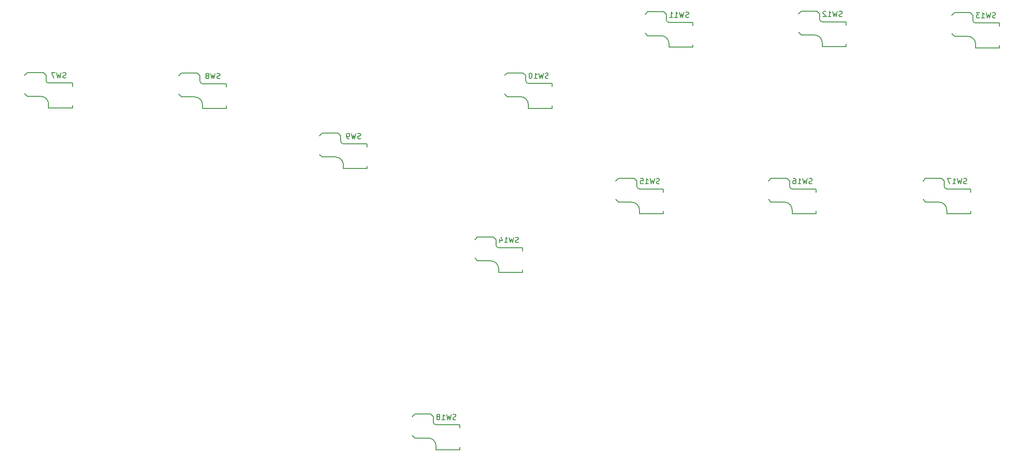
<source format=gbr>
%TF.GenerationSoftware,KiCad,Pcbnew,7.0.5*%
%TF.CreationDate,2023-10-21T15:45:59-07:00*%
%TF.ProjectId,VBox,56426f78-2e6b-4696-9361-645f70636258,rev?*%
%TF.SameCoordinates,Original*%
%TF.FileFunction,Legend,Bot*%
%TF.FilePolarity,Positive*%
%FSLAX46Y46*%
G04 Gerber Fmt 4.6, Leading zero omitted, Abs format (unit mm)*
G04 Created by KiCad (PCBNEW 7.0.5) date 2023-10-21 15:45:59*
%MOMM*%
%LPD*%
G01*
G04 APERTURE LIST*
%ADD10C,0.150000*%
G04 APERTURE END LIST*
D10*
%TO.C,SW10*%
X153020057Y-55642734D02*
X152877200Y-55690353D01*
X152877200Y-55690353D02*
X152639105Y-55690353D01*
X152639105Y-55690353D02*
X152543867Y-55642734D01*
X152543867Y-55642734D02*
X152496248Y-55595114D01*
X152496248Y-55595114D02*
X152448629Y-55499876D01*
X152448629Y-55499876D02*
X152448629Y-55404638D01*
X152448629Y-55404638D02*
X152496248Y-55309400D01*
X152496248Y-55309400D02*
X152543867Y-55261781D01*
X152543867Y-55261781D02*
X152639105Y-55214162D01*
X152639105Y-55214162D02*
X152829581Y-55166543D01*
X152829581Y-55166543D02*
X152924819Y-55118924D01*
X152924819Y-55118924D02*
X152972438Y-55071305D01*
X152972438Y-55071305D02*
X153020057Y-54976067D01*
X153020057Y-54976067D02*
X153020057Y-54880829D01*
X153020057Y-54880829D02*
X152972438Y-54785591D01*
X152972438Y-54785591D02*
X152924819Y-54737972D01*
X152924819Y-54737972D02*
X152829581Y-54690353D01*
X152829581Y-54690353D02*
X152591486Y-54690353D01*
X152591486Y-54690353D02*
X152448629Y-54737972D01*
X152115295Y-54690353D02*
X151877200Y-55690353D01*
X151877200Y-55690353D02*
X151686724Y-54976067D01*
X151686724Y-54976067D02*
X151496248Y-55690353D01*
X151496248Y-55690353D02*
X151258153Y-54690353D01*
X150353391Y-55690353D02*
X150924819Y-55690353D01*
X150639105Y-55690353D02*
X150639105Y-54690353D01*
X150639105Y-54690353D02*
X150734343Y-54833210D01*
X150734343Y-54833210D02*
X150829581Y-54928448D01*
X150829581Y-54928448D02*
X150924819Y-54976067D01*
X149734343Y-54690353D02*
X149639105Y-54690353D01*
X149639105Y-54690353D02*
X149543867Y-54737972D01*
X149543867Y-54737972D02*
X149496248Y-54785591D01*
X149496248Y-54785591D02*
X149448629Y-54880829D01*
X149448629Y-54880829D02*
X149401010Y-55071305D01*
X149401010Y-55071305D02*
X149401010Y-55309400D01*
X149401010Y-55309400D02*
X149448629Y-55499876D01*
X149448629Y-55499876D02*
X149496248Y-55595114D01*
X149496248Y-55595114D02*
X149543867Y-55642734D01*
X149543867Y-55642734D02*
X149639105Y-55690353D01*
X149639105Y-55690353D02*
X149734343Y-55690353D01*
X149734343Y-55690353D02*
X149829581Y-55642734D01*
X149829581Y-55642734D02*
X149877200Y-55595114D01*
X149877200Y-55595114D02*
X149924819Y-55499876D01*
X149924819Y-55499876D02*
X149972438Y-55309400D01*
X149972438Y-55309400D02*
X149972438Y-55071305D01*
X149972438Y-55071305D02*
X149924819Y-54880829D01*
X149924819Y-54880829D02*
X149877200Y-54785591D01*
X149877200Y-54785591D02*
X149829581Y-54737972D01*
X149829581Y-54737972D02*
X149734343Y-54690353D01*
%TO.C,SW15*%
X174020057Y-75572734D02*
X173877200Y-75620353D01*
X173877200Y-75620353D02*
X173639105Y-75620353D01*
X173639105Y-75620353D02*
X173543867Y-75572734D01*
X173543867Y-75572734D02*
X173496248Y-75525114D01*
X173496248Y-75525114D02*
X173448629Y-75429876D01*
X173448629Y-75429876D02*
X173448629Y-75334638D01*
X173448629Y-75334638D02*
X173496248Y-75239400D01*
X173496248Y-75239400D02*
X173543867Y-75191781D01*
X173543867Y-75191781D02*
X173639105Y-75144162D01*
X173639105Y-75144162D02*
X173829581Y-75096543D01*
X173829581Y-75096543D02*
X173924819Y-75048924D01*
X173924819Y-75048924D02*
X173972438Y-75001305D01*
X173972438Y-75001305D02*
X174020057Y-74906067D01*
X174020057Y-74906067D02*
X174020057Y-74810829D01*
X174020057Y-74810829D02*
X173972438Y-74715591D01*
X173972438Y-74715591D02*
X173924819Y-74667972D01*
X173924819Y-74667972D02*
X173829581Y-74620353D01*
X173829581Y-74620353D02*
X173591486Y-74620353D01*
X173591486Y-74620353D02*
X173448629Y-74667972D01*
X173115295Y-74620353D02*
X172877200Y-75620353D01*
X172877200Y-75620353D02*
X172686724Y-74906067D01*
X172686724Y-74906067D02*
X172496248Y-75620353D01*
X172496248Y-75620353D02*
X172258153Y-74620353D01*
X171353391Y-75620353D02*
X171924819Y-75620353D01*
X171639105Y-75620353D02*
X171639105Y-74620353D01*
X171639105Y-74620353D02*
X171734343Y-74763210D01*
X171734343Y-74763210D02*
X171829581Y-74858448D01*
X171829581Y-74858448D02*
X171924819Y-74906067D01*
X170448629Y-74620353D02*
X170924819Y-74620353D01*
X170924819Y-74620353D02*
X170972438Y-75096543D01*
X170972438Y-75096543D02*
X170924819Y-75048924D01*
X170924819Y-75048924D02*
X170829581Y-75001305D01*
X170829581Y-75001305D02*
X170591486Y-75001305D01*
X170591486Y-75001305D02*
X170496248Y-75048924D01*
X170496248Y-75048924D02*
X170448629Y-75096543D01*
X170448629Y-75096543D02*
X170401010Y-75191781D01*
X170401010Y-75191781D02*
X170401010Y-75429876D01*
X170401010Y-75429876D02*
X170448629Y-75525114D01*
X170448629Y-75525114D02*
X170496248Y-75572734D01*
X170496248Y-75572734D02*
X170591486Y-75620353D01*
X170591486Y-75620353D02*
X170829581Y-75620353D01*
X170829581Y-75620353D02*
X170924819Y-75572734D01*
X170924819Y-75572734D02*
X170972438Y-75525114D01*
%TO.C,SW12*%
X208550057Y-43992734D02*
X208407200Y-44040353D01*
X208407200Y-44040353D02*
X208169105Y-44040353D01*
X208169105Y-44040353D02*
X208073867Y-43992734D01*
X208073867Y-43992734D02*
X208026248Y-43945114D01*
X208026248Y-43945114D02*
X207978629Y-43849876D01*
X207978629Y-43849876D02*
X207978629Y-43754638D01*
X207978629Y-43754638D02*
X208026248Y-43659400D01*
X208026248Y-43659400D02*
X208073867Y-43611781D01*
X208073867Y-43611781D02*
X208169105Y-43564162D01*
X208169105Y-43564162D02*
X208359581Y-43516543D01*
X208359581Y-43516543D02*
X208454819Y-43468924D01*
X208454819Y-43468924D02*
X208502438Y-43421305D01*
X208502438Y-43421305D02*
X208550057Y-43326067D01*
X208550057Y-43326067D02*
X208550057Y-43230829D01*
X208550057Y-43230829D02*
X208502438Y-43135591D01*
X208502438Y-43135591D02*
X208454819Y-43087972D01*
X208454819Y-43087972D02*
X208359581Y-43040353D01*
X208359581Y-43040353D02*
X208121486Y-43040353D01*
X208121486Y-43040353D02*
X207978629Y-43087972D01*
X207645295Y-43040353D02*
X207407200Y-44040353D01*
X207407200Y-44040353D02*
X207216724Y-43326067D01*
X207216724Y-43326067D02*
X207026248Y-44040353D01*
X207026248Y-44040353D02*
X206788153Y-43040353D01*
X205883391Y-44040353D02*
X206454819Y-44040353D01*
X206169105Y-44040353D02*
X206169105Y-43040353D01*
X206169105Y-43040353D02*
X206264343Y-43183210D01*
X206264343Y-43183210D02*
X206359581Y-43278448D01*
X206359581Y-43278448D02*
X206454819Y-43326067D01*
X205502438Y-43135591D02*
X205454819Y-43087972D01*
X205454819Y-43087972D02*
X205359581Y-43040353D01*
X205359581Y-43040353D02*
X205121486Y-43040353D01*
X205121486Y-43040353D02*
X205026248Y-43087972D01*
X205026248Y-43087972D02*
X204978629Y-43135591D01*
X204978629Y-43135591D02*
X204931010Y-43230829D01*
X204931010Y-43230829D02*
X204931010Y-43326067D01*
X204931010Y-43326067D02*
X204978629Y-43468924D01*
X204978629Y-43468924D02*
X205550057Y-44040353D01*
X205550057Y-44040353D02*
X204931010Y-44040353D01*
%TO.C,SW8*%
X91003866Y-55702734D02*
X90861009Y-55750353D01*
X90861009Y-55750353D02*
X90622914Y-55750353D01*
X90622914Y-55750353D02*
X90527676Y-55702734D01*
X90527676Y-55702734D02*
X90480057Y-55655114D01*
X90480057Y-55655114D02*
X90432438Y-55559876D01*
X90432438Y-55559876D02*
X90432438Y-55464638D01*
X90432438Y-55464638D02*
X90480057Y-55369400D01*
X90480057Y-55369400D02*
X90527676Y-55321781D01*
X90527676Y-55321781D02*
X90622914Y-55274162D01*
X90622914Y-55274162D02*
X90813390Y-55226543D01*
X90813390Y-55226543D02*
X90908628Y-55178924D01*
X90908628Y-55178924D02*
X90956247Y-55131305D01*
X90956247Y-55131305D02*
X91003866Y-55036067D01*
X91003866Y-55036067D02*
X91003866Y-54940829D01*
X91003866Y-54940829D02*
X90956247Y-54845591D01*
X90956247Y-54845591D02*
X90908628Y-54797972D01*
X90908628Y-54797972D02*
X90813390Y-54750353D01*
X90813390Y-54750353D02*
X90575295Y-54750353D01*
X90575295Y-54750353D02*
X90432438Y-54797972D01*
X90099104Y-54750353D02*
X89861009Y-55750353D01*
X89861009Y-55750353D02*
X89670533Y-55036067D01*
X89670533Y-55036067D02*
X89480057Y-55750353D01*
X89480057Y-55750353D02*
X89241962Y-54750353D01*
X88718152Y-55178924D02*
X88813390Y-55131305D01*
X88813390Y-55131305D02*
X88861009Y-55083686D01*
X88861009Y-55083686D02*
X88908628Y-54988448D01*
X88908628Y-54988448D02*
X88908628Y-54940829D01*
X88908628Y-54940829D02*
X88861009Y-54845591D01*
X88861009Y-54845591D02*
X88813390Y-54797972D01*
X88813390Y-54797972D02*
X88718152Y-54750353D01*
X88718152Y-54750353D02*
X88527676Y-54750353D01*
X88527676Y-54750353D02*
X88432438Y-54797972D01*
X88432438Y-54797972D02*
X88384819Y-54845591D01*
X88384819Y-54845591D02*
X88337200Y-54940829D01*
X88337200Y-54940829D02*
X88337200Y-54988448D01*
X88337200Y-54988448D02*
X88384819Y-55083686D01*
X88384819Y-55083686D02*
X88432438Y-55131305D01*
X88432438Y-55131305D02*
X88527676Y-55178924D01*
X88527676Y-55178924D02*
X88718152Y-55178924D01*
X88718152Y-55178924D02*
X88813390Y-55226543D01*
X88813390Y-55226543D02*
X88861009Y-55274162D01*
X88861009Y-55274162D02*
X88908628Y-55369400D01*
X88908628Y-55369400D02*
X88908628Y-55559876D01*
X88908628Y-55559876D02*
X88861009Y-55655114D01*
X88861009Y-55655114D02*
X88813390Y-55702734D01*
X88813390Y-55702734D02*
X88718152Y-55750353D01*
X88718152Y-55750353D02*
X88527676Y-55750353D01*
X88527676Y-55750353D02*
X88432438Y-55702734D01*
X88432438Y-55702734D02*
X88384819Y-55655114D01*
X88384819Y-55655114D02*
X88337200Y-55559876D01*
X88337200Y-55559876D02*
X88337200Y-55369400D01*
X88337200Y-55369400D02*
X88384819Y-55274162D01*
X88384819Y-55274162D02*
X88432438Y-55226543D01*
X88432438Y-55226543D02*
X88527676Y-55178924D01*
%TO.C,SW18*%
X135580057Y-120152734D02*
X135437200Y-120200353D01*
X135437200Y-120200353D02*
X135199105Y-120200353D01*
X135199105Y-120200353D02*
X135103867Y-120152734D01*
X135103867Y-120152734D02*
X135056248Y-120105114D01*
X135056248Y-120105114D02*
X135008629Y-120009876D01*
X135008629Y-120009876D02*
X135008629Y-119914638D01*
X135008629Y-119914638D02*
X135056248Y-119819400D01*
X135056248Y-119819400D02*
X135103867Y-119771781D01*
X135103867Y-119771781D02*
X135199105Y-119724162D01*
X135199105Y-119724162D02*
X135389581Y-119676543D01*
X135389581Y-119676543D02*
X135484819Y-119628924D01*
X135484819Y-119628924D02*
X135532438Y-119581305D01*
X135532438Y-119581305D02*
X135580057Y-119486067D01*
X135580057Y-119486067D02*
X135580057Y-119390829D01*
X135580057Y-119390829D02*
X135532438Y-119295591D01*
X135532438Y-119295591D02*
X135484819Y-119247972D01*
X135484819Y-119247972D02*
X135389581Y-119200353D01*
X135389581Y-119200353D02*
X135151486Y-119200353D01*
X135151486Y-119200353D02*
X135008629Y-119247972D01*
X134675295Y-119200353D02*
X134437200Y-120200353D01*
X134437200Y-120200353D02*
X134246724Y-119486067D01*
X134246724Y-119486067D02*
X134056248Y-120200353D01*
X134056248Y-120200353D02*
X133818153Y-119200353D01*
X132913391Y-120200353D02*
X133484819Y-120200353D01*
X133199105Y-120200353D02*
X133199105Y-119200353D01*
X133199105Y-119200353D02*
X133294343Y-119343210D01*
X133294343Y-119343210D02*
X133389581Y-119438448D01*
X133389581Y-119438448D02*
X133484819Y-119486067D01*
X132341962Y-119628924D02*
X132437200Y-119581305D01*
X132437200Y-119581305D02*
X132484819Y-119533686D01*
X132484819Y-119533686D02*
X132532438Y-119438448D01*
X132532438Y-119438448D02*
X132532438Y-119390829D01*
X132532438Y-119390829D02*
X132484819Y-119295591D01*
X132484819Y-119295591D02*
X132437200Y-119247972D01*
X132437200Y-119247972D02*
X132341962Y-119200353D01*
X132341962Y-119200353D02*
X132151486Y-119200353D01*
X132151486Y-119200353D02*
X132056248Y-119247972D01*
X132056248Y-119247972D02*
X132008629Y-119295591D01*
X132008629Y-119295591D02*
X131961010Y-119390829D01*
X131961010Y-119390829D02*
X131961010Y-119438448D01*
X131961010Y-119438448D02*
X132008629Y-119533686D01*
X132008629Y-119533686D02*
X132056248Y-119581305D01*
X132056248Y-119581305D02*
X132151486Y-119628924D01*
X132151486Y-119628924D02*
X132341962Y-119628924D01*
X132341962Y-119628924D02*
X132437200Y-119676543D01*
X132437200Y-119676543D02*
X132484819Y-119724162D01*
X132484819Y-119724162D02*
X132532438Y-119819400D01*
X132532438Y-119819400D02*
X132532438Y-120009876D01*
X132532438Y-120009876D02*
X132484819Y-120105114D01*
X132484819Y-120105114D02*
X132437200Y-120152734D01*
X132437200Y-120152734D02*
X132341962Y-120200353D01*
X132341962Y-120200353D02*
X132151486Y-120200353D01*
X132151486Y-120200353D02*
X132056248Y-120152734D01*
X132056248Y-120152734D02*
X132008629Y-120105114D01*
X132008629Y-120105114D02*
X131961010Y-120009876D01*
X131961010Y-120009876D02*
X131961010Y-119819400D01*
X131961010Y-119819400D02*
X132008629Y-119724162D01*
X132008629Y-119724162D02*
X132056248Y-119676543D01*
X132056248Y-119676543D02*
X132151486Y-119628924D01*
%TO.C,SW17*%
X232080057Y-75572734D02*
X231937200Y-75620353D01*
X231937200Y-75620353D02*
X231699105Y-75620353D01*
X231699105Y-75620353D02*
X231603867Y-75572734D01*
X231603867Y-75572734D02*
X231556248Y-75525114D01*
X231556248Y-75525114D02*
X231508629Y-75429876D01*
X231508629Y-75429876D02*
X231508629Y-75334638D01*
X231508629Y-75334638D02*
X231556248Y-75239400D01*
X231556248Y-75239400D02*
X231603867Y-75191781D01*
X231603867Y-75191781D02*
X231699105Y-75144162D01*
X231699105Y-75144162D02*
X231889581Y-75096543D01*
X231889581Y-75096543D02*
X231984819Y-75048924D01*
X231984819Y-75048924D02*
X232032438Y-75001305D01*
X232032438Y-75001305D02*
X232080057Y-74906067D01*
X232080057Y-74906067D02*
X232080057Y-74810829D01*
X232080057Y-74810829D02*
X232032438Y-74715591D01*
X232032438Y-74715591D02*
X231984819Y-74667972D01*
X231984819Y-74667972D02*
X231889581Y-74620353D01*
X231889581Y-74620353D02*
X231651486Y-74620353D01*
X231651486Y-74620353D02*
X231508629Y-74667972D01*
X231175295Y-74620353D02*
X230937200Y-75620353D01*
X230937200Y-75620353D02*
X230746724Y-74906067D01*
X230746724Y-74906067D02*
X230556248Y-75620353D01*
X230556248Y-75620353D02*
X230318153Y-74620353D01*
X229413391Y-75620353D02*
X229984819Y-75620353D01*
X229699105Y-75620353D02*
X229699105Y-74620353D01*
X229699105Y-74620353D02*
X229794343Y-74763210D01*
X229794343Y-74763210D02*
X229889581Y-74858448D01*
X229889581Y-74858448D02*
X229984819Y-74906067D01*
X229080057Y-74620353D02*
X228413391Y-74620353D01*
X228413391Y-74620353D02*
X228841962Y-75620353D01*
%TO.C,SW16*%
X202870057Y-75572734D02*
X202727200Y-75620353D01*
X202727200Y-75620353D02*
X202489105Y-75620353D01*
X202489105Y-75620353D02*
X202393867Y-75572734D01*
X202393867Y-75572734D02*
X202346248Y-75525114D01*
X202346248Y-75525114D02*
X202298629Y-75429876D01*
X202298629Y-75429876D02*
X202298629Y-75334638D01*
X202298629Y-75334638D02*
X202346248Y-75239400D01*
X202346248Y-75239400D02*
X202393867Y-75191781D01*
X202393867Y-75191781D02*
X202489105Y-75144162D01*
X202489105Y-75144162D02*
X202679581Y-75096543D01*
X202679581Y-75096543D02*
X202774819Y-75048924D01*
X202774819Y-75048924D02*
X202822438Y-75001305D01*
X202822438Y-75001305D02*
X202870057Y-74906067D01*
X202870057Y-74906067D02*
X202870057Y-74810829D01*
X202870057Y-74810829D02*
X202822438Y-74715591D01*
X202822438Y-74715591D02*
X202774819Y-74667972D01*
X202774819Y-74667972D02*
X202679581Y-74620353D01*
X202679581Y-74620353D02*
X202441486Y-74620353D01*
X202441486Y-74620353D02*
X202298629Y-74667972D01*
X201965295Y-74620353D02*
X201727200Y-75620353D01*
X201727200Y-75620353D02*
X201536724Y-74906067D01*
X201536724Y-74906067D02*
X201346248Y-75620353D01*
X201346248Y-75620353D02*
X201108153Y-74620353D01*
X200203391Y-75620353D02*
X200774819Y-75620353D01*
X200489105Y-75620353D02*
X200489105Y-74620353D01*
X200489105Y-74620353D02*
X200584343Y-74763210D01*
X200584343Y-74763210D02*
X200679581Y-74858448D01*
X200679581Y-74858448D02*
X200774819Y-74906067D01*
X199346248Y-74620353D02*
X199536724Y-74620353D01*
X199536724Y-74620353D02*
X199631962Y-74667972D01*
X199631962Y-74667972D02*
X199679581Y-74715591D01*
X199679581Y-74715591D02*
X199774819Y-74858448D01*
X199774819Y-74858448D02*
X199822438Y-75048924D01*
X199822438Y-75048924D02*
X199822438Y-75429876D01*
X199822438Y-75429876D02*
X199774819Y-75525114D01*
X199774819Y-75525114D02*
X199727200Y-75572734D01*
X199727200Y-75572734D02*
X199631962Y-75620353D01*
X199631962Y-75620353D02*
X199441486Y-75620353D01*
X199441486Y-75620353D02*
X199346248Y-75572734D01*
X199346248Y-75572734D02*
X199298629Y-75525114D01*
X199298629Y-75525114D02*
X199251010Y-75429876D01*
X199251010Y-75429876D02*
X199251010Y-75191781D01*
X199251010Y-75191781D02*
X199298629Y-75096543D01*
X199298629Y-75096543D02*
X199346248Y-75048924D01*
X199346248Y-75048924D02*
X199441486Y-75001305D01*
X199441486Y-75001305D02*
X199631962Y-75001305D01*
X199631962Y-75001305D02*
X199727200Y-75048924D01*
X199727200Y-75048924D02*
X199774819Y-75096543D01*
X199774819Y-75096543D02*
X199822438Y-75191781D01*
%TO.C,SW9*%
X117603866Y-67052734D02*
X117461009Y-67100353D01*
X117461009Y-67100353D02*
X117222914Y-67100353D01*
X117222914Y-67100353D02*
X117127676Y-67052734D01*
X117127676Y-67052734D02*
X117080057Y-67005114D01*
X117080057Y-67005114D02*
X117032438Y-66909876D01*
X117032438Y-66909876D02*
X117032438Y-66814638D01*
X117032438Y-66814638D02*
X117080057Y-66719400D01*
X117080057Y-66719400D02*
X117127676Y-66671781D01*
X117127676Y-66671781D02*
X117222914Y-66624162D01*
X117222914Y-66624162D02*
X117413390Y-66576543D01*
X117413390Y-66576543D02*
X117508628Y-66528924D01*
X117508628Y-66528924D02*
X117556247Y-66481305D01*
X117556247Y-66481305D02*
X117603866Y-66386067D01*
X117603866Y-66386067D02*
X117603866Y-66290829D01*
X117603866Y-66290829D02*
X117556247Y-66195591D01*
X117556247Y-66195591D02*
X117508628Y-66147972D01*
X117508628Y-66147972D02*
X117413390Y-66100353D01*
X117413390Y-66100353D02*
X117175295Y-66100353D01*
X117175295Y-66100353D02*
X117032438Y-66147972D01*
X116699104Y-66100353D02*
X116461009Y-67100353D01*
X116461009Y-67100353D02*
X116270533Y-66386067D01*
X116270533Y-66386067D02*
X116080057Y-67100353D01*
X116080057Y-67100353D02*
X115841962Y-66100353D01*
X115413390Y-67100353D02*
X115222914Y-67100353D01*
X115222914Y-67100353D02*
X115127676Y-67052734D01*
X115127676Y-67052734D02*
X115080057Y-67005114D01*
X115080057Y-67005114D02*
X114984819Y-66862257D01*
X114984819Y-66862257D02*
X114937200Y-66671781D01*
X114937200Y-66671781D02*
X114937200Y-66290829D01*
X114937200Y-66290829D02*
X114984819Y-66195591D01*
X114984819Y-66195591D02*
X115032438Y-66147972D01*
X115032438Y-66147972D02*
X115127676Y-66100353D01*
X115127676Y-66100353D02*
X115318152Y-66100353D01*
X115318152Y-66100353D02*
X115413390Y-66147972D01*
X115413390Y-66147972D02*
X115461009Y-66195591D01*
X115461009Y-66195591D02*
X115508628Y-66290829D01*
X115508628Y-66290829D02*
X115508628Y-66528924D01*
X115508628Y-66528924D02*
X115461009Y-66624162D01*
X115461009Y-66624162D02*
X115413390Y-66671781D01*
X115413390Y-66671781D02*
X115318152Y-66719400D01*
X115318152Y-66719400D02*
X115127676Y-66719400D01*
X115127676Y-66719400D02*
X115032438Y-66671781D01*
X115032438Y-66671781D02*
X114984819Y-66624162D01*
X114984819Y-66624162D02*
X114937200Y-66528924D01*
%TO.C,SW11*%
X179580057Y-44112734D02*
X179437200Y-44160353D01*
X179437200Y-44160353D02*
X179199105Y-44160353D01*
X179199105Y-44160353D02*
X179103867Y-44112734D01*
X179103867Y-44112734D02*
X179056248Y-44065114D01*
X179056248Y-44065114D02*
X179008629Y-43969876D01*
X179008629Y-43969876D02*
X179008629Y-43874638D01*
X179008629Y-43874638D02*
X179056248Y-43779400D01*
X179056248Y-43779400D02*
X179103867Y-43731781D01*
X179103867Y-43731781D02*
X179199105Y-43684162D01*
X179199105Y-43684162D02*
X179389581Y-43636543D01*
X179389581Y-43636543D02*
X179484819Y-43588924D01*
X179484819Y-43588924D02*
X179532438Y-43541305D01*
X179532438Y-43541305D02*
X179580057Y-43446067D01*
X179580057Y-43446067D02*
X179580057Y-43350829D01*
X179580057Y-43350829D02*
X179532438Y-43255591D01*
X179532438Y-43255591D02*
X179484819Y-43207972D01*
X179484819Y-43207972D02*
X179389581Y-43160353D01*
X179389581Y-43160353D02*
X179151486Y-43160353D01*
X179151486Y-43160353D02*
X179008629Y-43207972D01*
X178675295Y-43160353D02*
X178437200Y-44160353D01*
X178437200Y-44160353D02*
X178246724Y-43446067D01*
X178246724Y-43446067D02*
X178056248Y-44160353D01*
X178056248Y-44160353D02*
X177818153Y-43160353D01*
X176913391Y-44160353D02*
X177484819Y-44160353D01*
X177199105Y-44160353D02*
X177199105Y-43160353D01*
X177199105Y-43160353D02*
X177294343Y-43303210D01*
X177294343Y-43303210D02*
X177389581Y-43398448D01*
X177389581Y-43398448D02*
X177484819Y-43446067D01*
X175961010Y-44160353D02*
X176532438Y-44160353D01*
X176246724Y-44160353D02*
X176246724Y-43160353D01*
X176246724Y-43160353D02*
X176341962Y-43303210D01*
X176341962Y-43303210D02*
X176437200Y-43398448D01*
X176437200Y-43398448D02*
X176532438Y-43446067D01*
%TO.C,SW7*%
X61908866Y-55582734D02*
X61766009Y-55630353D01*
X61766009Y-55630353D02*
X61527914Y-55630353D01*
X61527914Y-55630353D02*
X61432676Y-55582734D01*
X61432676Y-55582734D02*
X61385057Y-55535114D01*
X61385057Y-55535114D02*
X61337438Y-55439876D01*
X61337438Y-55439876D02*
X61337438Y-55344638D01*
X61337438Y-55344638D02*
X61385057Y-55249400D01*
X61385057Y-55249400D02*
X61432676Y-55201781D01*
X61432676Y-55201781D02*
X61527914Y-55154162D01*
X61527914Y-55154162D02*
X61718390Y-55106543D01*
X61718390Y-55106543D02*
X61813628Y-55058924D01*
X61813628Y-55058924D02*
X61861247Y-55011305D01*
X61861247Y-55011305D02*
X61908866Y-54916067D01*
X61908866Y-54916067D02*
X61908866Y-54820829D01*
X61908866Y-54820829D02*
X61861247Y-54725591D01*
X61861247Y-54725591D02*
X61813628Y-54677972D01*
X61813628Y-54677972D02*
X61718390Y-54630353D01*
X61718390Y-54630353D02*
X61480295Y-54630353D01*
X61480295Y-54630353D02*
X61337438Y-54677972D01*
X61004104Y-54630353D02*
X60766009Y-55630353D01*
X60766009Y-55630353D02*
X60575533Y-54916067D01*
X60575533Y-54916067D02*
X60385057Y-55630353D01*
X60385057Y-55630353D02*
X60146962Y-54630353D01*
X59861247Y-54630353D02*
X59194581Y-54630353D01*
X59194581Y-54630353D02*
X59623152Y-55630353D01*
%TO.C,SW14*%
X147410057Y-86682734D02*
X147267200Y-86730353D01*
X147267200Y-86730353D02*
X147029105Y-86730353D01*
X147029105Y-86730353D02*
X146933867Y-86682734D01*
X146933867Y-86682734D02*
X146886248Y-86635114D01*
X146886248Y-86635114D02*
X146838629Y-86539876D01*
X146838629Y-86539876D02*
X146838629Y-86444638D01*
X146838629Y-86444638D02*
X146886248Y-86349400D01*
X146886248Y-86349400D02*
X146933867Y-86301781D01*
X146933867Y-86301781D02*
X147029105Y-86254162D01*
X147029105Y-86254162D02*
X147219581Y-86206543D01*
X147219581Y-86206543D02*
X147314819Y-86158924D01*
X147314819Y-86158924D02*
X147362438Y-86111305D01*
X147362438Y-86111305D02*
X147410057Y-86016067D01*
X147410057Y-86016067D02*
X147410057Y-85920829D01*
X147410057Y-85920829D02*
X147362438Y-85825591D01*
X147362438Y-85825591D02*
X147314819Y-85777972D01*
X147314819Y-85777972D02*
X147219581Y-85730353D01*
X147219581Y-85730353D02*
X146981486Y-85730353D01*
X146981486Y-85730353D02*
X146838629Y-85777972D01*
X146505295Y-85730353D02*
X146267200Y-86730353D01*
X146267200Y-86730353D02*
X146076724Y-86016067D01*
X146076724Y-86016067D02*
X145886248Y-86730353D01*
X145886248Y-86730353D02*
X145648153Y-85730353D01*
X144743391Y-86730353D02*
X145314819Y-86730353D01*
X145029105Y-86730353D02*
X145029105Y-85730353D01*
X145029105Y-85730353D02*
X145124343Y-85873210D01*
X145124343Y-85873210D02*
X145219581Y-85968448D01*
X145219581Y-85968448D02*
X145314819Y-86016067D01*
X143886248Y-86063686D02*
X143886248Y-86730353D01*
X144124343Y-85682734D02*
X144362438Y-86397019D01*
X144362438Y-86397019D02*
X143743391Y-86397019D01*
%TO.C,SW13*%
X237520057Y-44232734D02*
X237377200Y-44280353D01*
X237377200Y-44280353D02*
X237139105Y-44280353D01*
X237139105Y-44280353D02*
X237043867Y-44232734D01*
X237043867Y-44232734D02*
X236996248Y-44185114D01*
X236996248Y-44185114D02*
X236948629Y-44089876D01*
X236948629Y-44089876D02*
X236948629Y-43994638D01*
X236948629Y-43994638D02*
X236996248Y-43899400D01*
X236996248Y-43899400D02*
X237043867Y-43851781D01*
X237043867Y-43851781D02*
X237139105Y-43804162D01*
X237139105Y-43804162D02*
X237329581Y-43756543D01*
X237329581Y-43756543D02*
X237424819Y-43708924D01*
X237424819Y-43708924D02*
X237472438Y-43661305D01*
X237472438Y-43661305D02*
X237520057Y-43566067D01*
X237520057Y-43566067D02*
X237520057Y-43470829D01*
X237520057Y-43470829D02*
X237472438Y-43375591D01*
X237472438Y-43375591D02*
X237424819Y-43327972D01*
X237424819Y-43327972D02*
X237329581Y-43280353D01*
X237329581Y-43280353D02*
X237091486Y-43280353D01*
X237091486Y-43280353D02*
X236948629Y-43327972D01*
X236615295Y-43280353D02*
X236377200Y-44280353D01*
X236377200Y-44280353D02*
X236186724Y-43566067D01*
X236186724Y-43566067D02*
X235996248Y-44280353D01*
X235996248Y-44280353D02*
X235758153Y-43280353D01*
X234853391Y-44280353D02*
X235424819Y-44280353D01*
X235139105Y-44280353D02*
X235139105Y-43280353D01*
X235139105Y-43280353D02*
X235234343Y-43423210D01*
X235234343Y-43423210D02*
X235329581Y-43518448D01*
X235329581Y-43518448D02*
X235424819Y-43566067D01*
X234520057Y-43280353D02*
X233901010Y-43280353D01*
X233901010Y-43280353D02*
X234234343Y-43661305D01*
X234234343Y-43661305D02*
X234091486Y-43661305D01*
X234091486Y-43661305D02*
X233996248Y-43708924D01*
X233996248Y-43708924D02*
X233948629Y-43756543D01*
X233948629Y-43756543D02*
X233901010Y-43851781D01*
X233901010Y-43851781D02*
X233901010Y-44089876D01*
X233901010Y-44089876D02*
X233948629Y-44185114D01*
X233948629Y-44185114D02*
X233996248Y-44232734D01*
X233996248Y-44232734D02*
X234091486Y-44280353D01*
X234091486Y-44280353D02*
X234377200Y-44280353D01*
X234377200Y-44280353D02*
X234472438Y-44232734D01*
X234472438Y-44232734D02*
X234520057Y-44185114D01*
%TO.C,SW10*%
X144765534Y-55155534D02*
X145265534Y-54655534D01*
X144765534Y-58655534D02*
X145265534Y-59155534D01*
X145265534Y-54655534D02*
X148265534Y-54655534D01*
X145265534Y-59155534D02*
X147765534Y-59155534D01*
X148265534Y-54655534D02*
X148765534Y-55155534D01*
X148765534Y-56155534D02*
X148765534Y-55155534D01*
X149265534Y-60655534D02*
X149265534Y-61355534D01*
X149265534Y-61355534D02*
X153765534Y-61355534D01*
X153765534Y-56655534D02*
X149265534Y-56655534D01*
X153765534Y-57255534D02*
X153765534Y-56655534D01*
X153765534Y-61355534D02*
X153765534Y-60855534D01*
X149265534Y-60655534D02*
G75*
G03*
X147765534Y-59155534I-1500000J0D01*
G01*
X148765534Y-56155534D02*
G75*
G03*
X149265534Y-56655534I500000J0D01*
G01*
%TO.C,SW15*%
X165765534Y-75085534D02*
X166265534Y-74585534D01*
X165765534Y-78585534D02*
X166265534Y-79085534D01*
X166265534Y-74585534D02*
X169265534Y-74585534D01*
X166265534Y-79085534D02*
X168765534Y-79085534D01*
X169265534Y-74585534D02*
X169765534Y-75085534D01*
X169765534Y-76085534D02*
X169765534Y-75085534D01*
X170265534Y-80585534D02*
X170265534Y-81285534D01*
X170265534Y-81285534D02*
X174765534Y-81285534D01*
X174765534Y-76585534D02*
X170265534Y-76585534D01*
X174765534Y-77185534D02*
X174765534Y-76585534D01*
X174765534Y-81285534D02*
X174765534Y-80785534D01*
X170265534Y-80585534D02*
G75*
G03*
X168765534Y-79085534I-1500000J0D01*
G01*
X169765534Y-76085534D02*
G75*
G03*
X170265534Y-76585534I500000J0D01*
G01*
%TO.C,SW12*%
X200295534Y-43505534D02*
X200795534Y-43005534D01*
X200295534Y-47005534D02*
X200795534Y-47505534D01*
X200795534Y-43005534D02*
X203795534Y-43005534D01*
X200795534Y-47505534D02*
X203295534Y-47505534D01*
X203795534Y-43005534D02*
X204295534Y-43505534D01*
X204295534Y-44505534D02*
X204295534Y-43505534D01*
X204795534Y-49005534D02*
X204795534Y-49705534D01*
X204795534Y-49705534D02*
X209295534Y-49705534D01*
X209295534Y-45005534D02*
X204795534Y-45005534D01*
X209295534Y-45605534D02*
X209295534Y-45005534D01*
X209295534Y-49705534D02*
X209295534Y-49205534D01*
X204795534Y-49005534D02*
G75*
G03*
X203295534Y-47505534I-1500000J0D01*
G01*
X204295534Y-44505534D02*
G75*
G03*
X204795534Y-45005534I500000J0D01*
G01*
%TO.C,SW8*%
X83225534Y-55215534D02*
X83725534Y-54715534D01*
X83225534Y-58715534D02*
X83725534Y-59215534D01*
X83725534Y-54715534D02*
X86725534Y-54715534D01*
X83725534Y-59215534D02*
X86225534Y-59215534D01*
X86725534Y-54715534D02*
X87225534Y-55215534D01*
X87225534Y-56215534D02*
X87225534Y-55215534D01*
X87725534Y-60715534D02*
X87725534Y-61415534D01*
X87725534Y-61415534D02*
X92225534Y-61415534D01*
X92225534Y-56715534D02*
X87725534Y-56715534D01*
X92225534Y-57315534D02*
X92225534Y-56715534D01*
X92225534Y-61415534D02*
X92225534Y-60915534D01*
X87725534Y-60715534D02*
G75*
G03*
X86225534Y-59215534I-1500000J0D01*
G01*
X87225534Y-56215534D02*
G75*
G03*
X87725534Y-56715534I500000J0D01*
G01*
%TO.C,SW18*%
X127325534Y-119665534D02*
X127825534Y-119165534D01*
X127325534Y-123165534D02*
X127825534Y-123665534D01*
X127825534Y-119165534D02*
X130825534Y-119165534D01*
X127825534Y-123665534D02*
X130325534Y-123665534D01*
X130825534Y-119165534D02*
X131325534Y-119665534D01*
X131325534Y-120665534D02*
X131325534Y-119665534D01*
X131825534Y-125165534D02*
X131825534Y-125865534D01*
X131825534Y-125865534D02*
X136325534Y-125865534D01*
X136325534Y-121165534D02*
X131825534Y-121165534D01*
X136325534Y-121765534D02*
X136325534Y-121165534D01*
X136325534Y-125865534D02*
X136325534Y-125365534D01*
X131825534Y-125165534D02*
G75*
G03*
X130325534Y-123665534I-1500000J0D01*
G01*
X131325534Y-120665534D02*
G75*
G03*
X131825534Y-121165534I500000J0D01*
G01*
%TO.C,SW17*%
X223825534Y-75085534D02*
X224325534Y-74585534D01*
X223825534Y-78585534D02*
X224325534Y-79085534D01*
X224325534Y-74585534D02*
X227325534Y-74585534D01*
X224325534Y-79085534D02*
X226825534Y-79085534D01*
X227325534Y-74585534D02*
X227825534Y-75085534D01*
X227825534Y-76085534D02*
X227825534Y-75085534D01*
X228325534Y-80585534D02*
X228325534Y-81285534D01*
X228325534Y-81285534D02*
X232825534Y-81285534D01*
X232825534Y-76585534D02*
X228325534Y-76585534D01*
X232825534Y-77185534D02*
X232825534Y-76585534D01*
X232825534Y-81285534D02*
X232825534Y-80785534D01*
X228325534Y-80585534D02*
G75*
G03*
X226825534Y-79085534I-1500000J0D01*
G01*
X227825534Y-76085534D02*
G75*
G03*
X228325534Y-76585534I500000J0D01*
G01*
%TO.C,SW16*%
X194615534Y-75085534D02*
X195115534Y-74585534D01*
X194615534Y-78585534D02*
X195115534Y-79085534D01*
X195115534Y-74585534D02*
X198115534Y-74585534D01*
X195115534Y-79085534D02*
X197615534Y-79085534D01*
X198115534Y-74585534D02*
X198615534Y-75085534D01*
X198615534Y-76085534D02*
X198615534Y-75085534D01*
X199115534Y-80585534D02*
X199115534Y-81285534D01*
X199115534Y-81285534D02*
X203615534Y-81285534D01*
X203615534Y-76585534D02*
X199115534Y-76585534D01*
X203615534Y-77185534D02*
X203615534Y-76585534D01*
X203615534Y-81285534D02*
X203615534Y-80785534D01*
X199115534Y-80585534D02*
G75*
G03*
X197615534Y-79085534I-1500000J0D01*
G01*
X198615534Y-76085534D02*
G75*
G03*
X199115534Y-76585534I500000J0D01*
G01*
%TO.C,SW9*%
X109825534Y-66565534D02*
X110325534Y-66065534D01*
X109825534Y-70065534D02*
X110325534Y-70565534D01*
X110325534Y-66065534D02*
X113325534Y-66065534D01*
X110325534Y-70565534D02*
X112825534Y-70565534D01*
X113325534Y-66065534D02*
X113825534Y-66565534D01*
X113825534Y-67565534D02*
X113825534Y-66565534D01*
X114325534Y-72065534D02*
X114325534Y-72765534D01*
X114325534Y-72765534D02*
X118825534Y-72765534D01*
X118825534Y-68065534D02*
X114325534Y-68065534D01*
X118825534Y-68665534D02*
X118825534Y-68065534D01*
X118825534Y-72765534D02*
X118825534Y-72265534D01*
X114325534Y-72065534D02*
G75*
G03*
X112825534Y-70565534I-1500000J0D01*
G01*
X113825534Y-67565534D02*
G75*
G03*
X114325534Y-68065534I500000J0D01*
G01*
%TO.C,SW11*%
X171325534Y-43625534D02*
X171825534Y-43125534D01*
X171325534Y-47125534D02*
X171825534Y-47625534D01*
X171825534Y-43125534D02*
X174825534Y-43125534D01*
X171825534Y-47625534D02*
X174325534Y-47625534D01*
X174825534Y-43125534D02*
X175325534Y-43625534D01*
X175325534Y-44625534D02*
X175325534Y-43625534D01*
X175825534Y-49125534D02*
X175825534Y-49825534D01*
X175825534Y-49825534D02*
X180325534Y-49825534D01*
X180325534Y-45125534D02*
X175825534Y-45125534D01*
X180325534Y-45725534D02*
X180325534Y-45125534D01*
X180325534Y-49825534D02*
X180325534Y-49325534D01*
X175825534Y-49125534D02*
G75*
G03*
X174325534Y-47625534I-1500000J0D01*
G01*
X175325534Y-44625534D02*
G75*
G03*
X175825534Y-45125534I500000J0D01*
G01*
%TO.C,SW7*%
X54130534Y-55095534D02*
X54630534Y-54595534D01*
X54130534Y-58595534D02*
X54630534Y-59095534D01*
X54630534Y-54595534D02*
X57630534Y-54595534D01*
X54630534Y-59095534D02*
X57130534Y-59095534D01*
X57630534Y-54595534D02*
X58130534Y-55095534D01*
X58130534Y-56095534D02*
X58130534Y-55095534D01*
X58630534Y-60595534D02*
X58630534Y-61295534D01*
X58630534Y-61295534D02*
X63130534Y-61295534D01*
X63130534Y-56595534D02*
X58630534Y-56595534D01*
X63130534Y-57195534D02*
X63130534Y-56595534D01*
X63130534Y-61295534D02*
X63130534Y-60795534D01*
X58630534Y-60595534D02*
G75*
G03*
X57130534Y-59095534I-1500000J0D01*
G01*
X58130534Y-56095534D02*
G75*
G03*
X58630534Y-56595534I500000J0D01*
G01*
%TO.C,SW14*%
X139155534Y-86195534D02*
X139655534Y-85695534D01*
X139155534Y-89695534D02*
X139655534Y-90195534D01*
X139655534Y-85695534D02*
X142655534Y-85695534D01*
X139655534Y-90195534D02*
X142155534Y-90195534D01*
X142655534Y-85695534D02*
X143155534Y-86195534D01*
X143155534Y-87195534D02*
X143155534Y-86195534D01*
X143655534Y-91695534D02*
X143655534Y-92395534D01*
X143655534Y-92395534D02*
X148155534Y-92395534D01*
X148155534Y-87695534D02*
X143655534Y-87695534D01*
X148155534Y-88295534D02*
X148155534Y-87695534D01*
X148155534Y-92395534D02*
X148155534Y-91895534D01*
X143655534Y-91695534D02*
G75*
G03*
X142155534Y-90195534I-1500000J0D01*
G01*
X143155534Y-87195534D02*
G75*
G03*
X143655534Y-87695534I500000J0D01*
G01*
%TO.C,SW13*%
X229265534Y-43745534D02*
X229765534Y-43245534D01*
X229265534Y-47245534D02*
X229765534Y-47745534D01*
X229765534Y-43245534D02*
X232765534Y-43245534D01*
X229765534Y-47745534D02*
X232265534Y-47745534D01*
X232765534Y-43245534D02*
X233265534Y-43745534D01*
X233265534Y-44745534D02*
X233265534Y-43745534D01*
X233765534Y-49245534D02*
X233765534Y-49945534D01*
X233765534Y-49945534D02*
X238265534Y-49945534D01*
X238265534Y-45245534D02*
X233765534Y-45245534D01*
X238265534Y-45845534D02*
X238265534Y-45245534D01*
X238265534Y-49945534D02*
X238265534Y-49445534D01*
X233765534Y-49245534D02*
G75*
G03*
X232265534Y-47745534I-1500000J0D01*
G01*
X233265534Y-44745534D02*
G75*
G03*
X233765534Y-45245534I500000J0D01*
G01*
%TD*%
M02*

</source>
